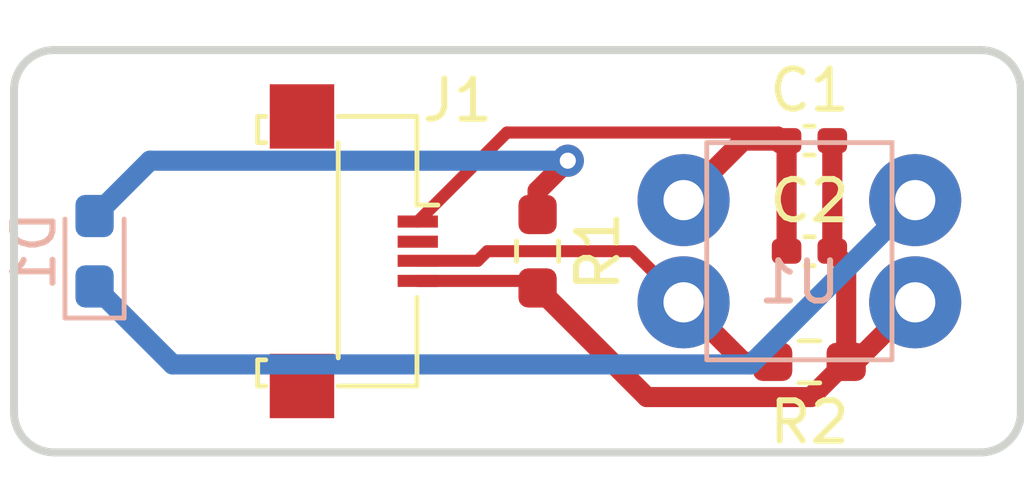
<source format=kicad_pcb>
(kicad_pcb (version 20211014) (generator pcbnew)
  (layers (0 "F.Cu" signal) (31 "B.Cu" signal) (34 "B.Paste" user) (35 "F.Paste" user) (36 "B.SilkS" user "B.Silkscreen") (37 "F.SilkS" user "F.Silkscreen") (38 "B.Mask" user) (39 "F.Mask" user) (44 "Edge.Cuts" user))
  (net 0 "")
  (net 1 "GND2")
  (net 2 "+5V")
  (net 3 "Net-(D1-Pad1)")
  (net 4 "Net-(D1-Pad2)")
  (net 6 "Net-(J1-Pad3)")
  (footprint "Resistor_SMD:R_0603_1608Metric_Pad0.98x0.95mm_HandSolder" (layer "F.Cu") (at 151.75 107.25 180)
    (fp_text reference "R2" (at 0 -1.5) (layer "F.SilkS"))
    (fp_text value "10k")
    (fp_line (start -0.254724 -0.5225) (end 0.254724 -0.5225) (layer "F.SilkS") (width 0.12))
    (fp_line (start -0.254724 0.5225) (end 0.254724 0.5225) (layer "F.SilkS") (width 0.12))
    (pad "1" smd roundrect (at -0.9125 0 180) (size 0.975 0.95) (layers "F.Cu" "F.Paste" "F.Mask") (net 2 "+5V"))
    (pad "2" smd roundrect (at 0.9125 0 180) (size 0.975 0.95) (layers "F.Cu" "F.Paste" "F.Mask") (net 6 "Net-(J1-Pad3)"))
  )
  (footprint "Capacitor_SMD:C_0402_1005Metric_Pad0.74x0.62mm_HandSolder" (layer "F.Cu") (at 151.75 101.75)
    (fp_text reference "C1" (at 0 -1.25) (layer "F.SilkS"))
    (fp_text value "1μ")
    (fp_line (start -0.115835 -0.36) (end 0.115835 -0.36) (layer "F.SilkS") (width 0.12))
    (fp_line (start -0.115835 0.36) (end 0.115835 0.36) (layer "F.SilkS") (width 0.12))
    (pad "1" smd roundrect (at -0.5675 0) (size 0.735 0.62) (layers "F.Cu" "F.Paste" "F.Mask") (net 1 "GND2"))
    (pad "2" smd roundrect (at 0.5675 0) (size 0.735 0.62) (layers "F.Cu" "F.Paste" "F.Mask") (net 2 "+5V"))
  )
  (footprint "Resistor_SMD:R_0603_1608Metric_Pad0.98x0.95mm_HandSolder" (layer "F.Cu") (at 145 104.5 90)
    (fp_text reference "R1" (at 0 1.5 90) (layer "F.SilkS"))
    (fp_text value "100")
    (fp_line (start -0.254724 0.5225) (end 0.254724 0.5225) (layer "F.SilkS") (width 0.12))
    (fp_line (start -0.254724 -0.5225) (end 0.254724 -0.5225) (layer "F.SilkS") (width 0.12))
    (pad "1" smd roundrect (at -0.9125 0 90) (size 0.975 0.95) (layers "F.Cu" "F.Paste" "F.Mask") (net 2 "+5V"))
    (pad "2" smd roundrect (at 0.9125 0 90) (size 0.975 0.95) (layers "F.Cu" "F.Paste" "F.Mask") (net 4 "Net-(D1-Pad2)"))
  )
  (footprint "Capacitor_SMD:C_0402_1005Metric_Pad0.74x0.62mm_HandSolder" (layer "F.Cu") (at 151.75 104.5)
    (fp_text reference "C2" (at 0 -1.25) (layer "F.SilkS"))
    (fp_text value "0.1μ")
    (fp_line (start -0.115835 0.36) (end 0.115835 0.36) (layer "F.SilkS") (width 0.12))
    (fp_line (start -0.115835 -0.36) (end 0.115835 -0.36) (layer "F.SilkS") (width 0.12))
    (pad "1" smd roundrect (at -0.5675 0) (size 0.735 0.62) (layers "F.Cu" "F.Paste" "F.Mask") (net 1 "GND2"))
    (pad "2" smd roundrect (at 0.5675 0) (size 0.735 0.62) (layers "F.Cu" "F.Paste" "F.Mask") (net 2 "+5V"))
  )
  (footprint "robot_contest:Molex_FFC_1x4-1MP_P0.5mm_Horizontal" (layer "F.Cu") (at 141 104.5 -90)
    (fp_text reference "J1" (at -3.75 -2.015 180) (layer "F.SilkS"))
    (fp_text value "FFC_4P")
    (fp_line (start -2.7 0.95) (end 2.65 0.95) (layer "F.SilkS") (width 0.12))
    (fp_line (start -3.35 -1.005) (end -3.35 0.95) (layer "F.SilkS") (width 0.12))
    (fp_line (start -3.35 2.75) (end -3.35 2.95) (layer "F.SilkS") (width 0.12))
    (fp_line (start -2.7 2.95) (end -2.7 2.75) (layer "F.SilkS") (width 0.12))
    (fp_line (start 3.35 2.95) (end 3.35 2.75) (layer "F.SilkS") (width 0.12))
    (fp_line (start 3.35 -1.005) (end 1.1475 -1.005) (layer "F.SilkS") (width 0.12))
    (fp_line (start 3.35 2.95) (end 2.7 2.95) (layer "F.SilkS") (width 0.12))
    (fp_line (start -2.7 2.95) (end -3.35 2.95) (layer "F.SilkS") (width 0.12))
    (fp_line (start -1.1475 -1.005) (end -3.35 -1.005) (layer "F.SilkS") (width 0.12))
    (fp_line (start 3.35 0.95) (end 3.35 -1.005) (layer "F.SilkS") (width 0.12))
    (fp_line (start -1.1475 -1.525) (end -1.1475 -1.005) (layer "F.SilkS") (width 0.12))
    (fp_line (start 2.7 2.95) (end 2.7 2.75) (layer "F.SilkS") (width 0.12))
    (pad "1" smd rect (at -0.7375 -1.025 270) (size 0.3 1) (layers "F.Cu" "F.Paste" "F.Mask") (net 1 "GND2"))
    (pad "2" smd rect (at -0.2375 -1.025 270) (size 0.3 1) (layers "F.Cu" "F.Paste" "F.Mask"))
    (pad "3" smd rect (at 0.2375 -1.025 270) (size 0.3 1) (layers "F.Cu" "F.Paste" "F.Mask") (net 6 "Net-(J1-Pad3)"))
    (pad "4" smd rect (at 0.7375 -1.025 270) (size 0.3 1) (layers "F.Cu" "F.Paste" "F.Mask") (net 2 "+5V"))
    (pad "MP" smd rect (at 3.35 1.85 270) (size 1.6 1.6) (layers "F.Cu" "F.Paste" "F.Mask"))
    (pad "MP" smd rect (at -3.35 1.85 270) (size 1.6 1.6) (layers "F.Cu" "F.Paste" "F.Mask"))
  )
  (footprint "robot_contest:S7136" (layer "B.Cu") (at 151.5 105.77 180)
    (fp_text reference "U1" (at 0 0.5 unlocked) (layer "B.SilkS") (effects (justify mirror)))
    (fp_text value "S7136")
    (fp_rect (start -2.3 3.97) (end 2.3 -1.43) (layer "B.SilkS") (width 0.12) (fill none))
    (pad "1" thru_hole circle (at -2.875 2.54 180) (size 2.286 2.286) (drill 1) (layers *.Cu *.Mask) (net 3 "Net-(D1-Pad1)"))
    (pad "2" thru_hole circle (at -2.875 0 180) (size 2.286 2.286) (drill 1) (layers *.Cu *.Mask) (net 2 "+5V"))
    (pad "3" thru_hole circle (at 2.875 0 180) (size 2.286 2.286) (drill 1) (layers *.Cu *.Mask) (net 6 "Net-(J1-Pad3)"))
    (pad "4" thru_hole circle (at 2.875 2.54 180) (size 2.286 2.286) (drill 1) (layers *.Cu *.Mask) (net 1 "GND2"))
  )
  (footprint "LED_SMD:LED_0603_1608Metric_Pad1.05x0.95mm_HandSolder" (layer "B.Cu") (at 134 104.5 90)
    (fp_text reference "D1" (at 0 -1.5 90) (layer "B.SilkS") (effects (justify mirror)))
    (fp_text value "SIR19-21C/TR8")
    (fp_line (start 0.8 0.735) (end -1.66 0.735) (layer "B.SilkS") (width 0.12))
    (fp_line (start -1.66 -0.735) (end 0.8 -0.735) (layer "B.SilkS") (width 0.12))
    (fp_line (start -1.66 0.735) (end -1.66 -0.735) (layer "B.SilkS") (width 0.12))
    (pad "1" smd roundrect (at -0.875 0 90) (size 1.05 0.95) (layers "B.Cu" "B.Paste" "B.Mask") (net 3 "Net-(D1-Pad1)"))
    (pad "2" smd roundrect (at 0.875 0 90) (size 1.05 0.95) (layers "B.Cu" "B.Paste" "B.Mask") (net 4 "Net-(D1-Pad2)"))
  )
  (gr_arc (start 157 108.5) (mid 156.707107 109.207107) (end 156 109.5) (layer "Edge.Cuts") (width 0.2))
  (gr_line (start 156 99.5) (end 133 99.5) (layer "Edge.Cuts") (width 0.2))
  (gr_arc (start 156 99.5) (mid 156.707107 99.792893) (end 157 100.5) (layer "Edge.Cuts") (width 0.2))
  (gr_line (start 132 100.5) (end 132 108.5) (layer "Edge.Cuts") (width 0.2))
  (gr_line (start 157 108.5) (end 157 100.5) (layer "Edge.Cuts") (width 0.2))
  (gr_arc (start 133 109.5) (mid 132.292893 109.207107) (end 132 108.5) (layer "Edge.Cuts") (width 0.2))
  (gr_line (start 133 109.5) (end 156 109.5) (layer "Edge.Cuts") (width 0.2))
  (gr_arc (start 132 100.5) (mid 132.292893 99.792893) (end 133 99.5) (layer "Edge.Cuts") (width 0.2))
  (segment (start 142.025 103.7625) (end 144.237011 101.550489) (width 0.3) (layer "F.Cu") (net 1))
  (segment (start 150.105 101.75) (end 151.1825 101.75) (width 0.5) (layer "F.Cu") (net 1))
  (segment (start 148.625 103.23) (end 150.105 101.75) (width 0.5) (layer "F.Cu") (net 1))
  (segment (start 150.982989 101.550489) (end 151.1825 101.75) (width 0.3) (layer "F.Cu") (net 1))
  (segment (start 151.1825 101.75) (end 151.1825 104.5) (width 0.5) (layer "F.Cu") (net 1))
  (segment (start 144.237011 101.550489) (end 150.982989 101.550489) (width 0.3) (layer "F.Cu") (net 1))
  (segment (start 145 105.4125) (end 147.71202 108.12452) (width 0.5) (layer "F.Cu") (net 2))
  (segment (start 152.6625 107.25) (end 152.6625 104.845) (width 0.5) (layer "F.Cu") (net 2))
  (segment (start 151.78798 108.12452) (end 152.6625 107.25) (width 0.5) (layer "F.Cu") (net 2))
  (segment (start 152.3175 101.75) (end 152.3175 104.5) (width 0.5) (layer "F.Cu") (net 2))
  (segment (start 147.71202 108.12452) (end 151.78798 108.12452) (width 0.5) (layer "F.Cu") (net 2))
  (segment (start 142.025 105.2375) (end 144.825 105.2375) (width 0.3) (layer "F.Cu") (net 2))
  (segment (start 144.825 105.2375) (end 145 105.4125) (width 0.3) (layer "F.Cu") (net 2))
  (segment (start 152.895 107.25) (end 154.375 105.77) (width 0.5) (layer "F.Cu") (net 2))
  (segment (start 152.6625 104.845) (end 152.3175 104.5) (width 0.5) (layer "F.Cu") (net 2))
  (segment (start 152.6625 107.25) (end 152.895 107.25) (width 0.5) (layer "F.Cu") (net 2))
  (segment (start 135.937511 107.312511) (end 150.292489 107.312511) (width 0.5) (layer "B.Cu") (net 3))
  (segment (start 150.292489 107.312511) (end 154.375 103.23) (width 0.5) (layer "B.Cu") (net 3))
  (segment (start 134 105.375) (end 135.937511 107.312511) (width 0.5) (layer "B.Cu") (net 3))
  (segment (start 145.75 102.25) (end 145 103) (width 0.5) (layer "F.Cu") (net 4))
  (segment (start 145 103) (end 145 103.5875) (width 0.5) (layer "F.Cu") (net 4))
  (via (at 145.75 102.25) (size 0.8) (drill 0.4) (layers "F.Cu" "B.Cu") (net 4))
  (segment (start 145.75 102.25) (end 135.375 102.25) (width 0.5) (layer "B.Cu") (net 4))
  (segment (start 135.375 102.25) (end 134 103.625) (width 0.5) (layer "B.Cu") (net 4))
  (segment (start 143.75 104.5) (end 147.355 104.5) (width 0.3) (layer "F.Cu") (net 6))
  (segment (start 150.8375 107.25) (end 150.105 107.25) (width 0.5) (layer "F.Cu") (net 6))
  (segment (start 142.025 104.7375) (end 143.5125 104.7375) (width 0.3) (layer "F.Cu") (net 6))
  (segment (start 147.355 104.5) (end 148.625 105.77) (width 0.3) (layer "F.Cu") (net 6))
  (segment (start 143.5125 104.7375) (end 143.75 104.5) (width 0.3) (layer "F.Cu") (net 6))
  (segment (start 150.105 107.25) (end 148.625 105.77) (width 0.5) (layer "F.Cu") (net 6))
)
</source>
